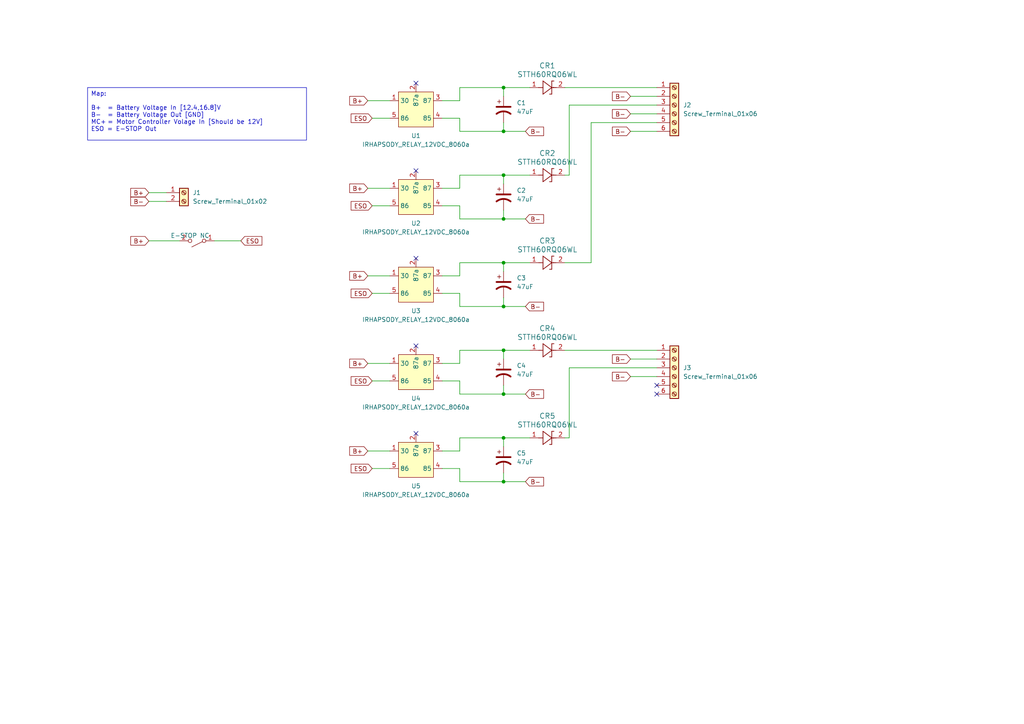
<source format=kicad_sch>
(kicad_sch (version 20231120) (generator "eeschema") (generator_version "8.0")
  (paper "A4")
  (title_block (title "12V Power System") (date "2024-10-15") (rev "3.0"))
  (lib_symbols
    (symbol "2024-10-22_01-41-02:STTH60RQ06WL" (pin_names (offset 0.254))
      (property "Reference" "CR" (at 5.08 4.445 0))
      (property "Value" "STTH60RQ06WL" (at 5.08 -3.81 0))
      (symbol "STTH60RQ06WL_0_1"
        (polyline (pts (xy 2.54 0) (xy 3.4798 0)) (stroke (width 0.2032)))
        (polyline (pts (xy 3.175 0) (xy 3.81 0)) (stroke (width 0.2032)))
        (polyline (pts (xy 3.7973 -1.905) (xy 3.1623 -1.905)) (stroke (width 0.2032)))
        (polyline (pts (xy 3.7973 0) (xy 6.3373 -1.905)) (stroke (width 0.2032)))
        (polyline (pts (xy 3.7973 1.905) (xy 3.7973 -1.905)) (stroke (width 0.2032)))
        (polyline (pts (xy 3.7973 1.905) (xy 4.4323 1.905)) (stroke (width 0.2032)))
        (polyline (pts (xy 6.3373 -1.905) (xy 6.3373 1.905)) (stroke (width 0.2032)))
        (polyline (pts (xy 6.3373 1.905) (xy 3.7973 0)) (stroke (width 0.2032)))
        (polyline (pts (xy 6.35 0) (xy 7.62 0)) (stroke (width 0.2032)))
        (pin unspecified line (at 10.16 0 180) (length 2.54) (name "") (number "1"))
        (pin unspecified line (at 0 0 0) (length 2.54) (name "") (number "2"))
      )
    )
    (symbol "Connector:Screw_Terminal_01x02" (pin_names (offset 1.016) hide)
      (property "Reference" "J" (at 0 2.54 0))
      (property "Value" "Screw_Terminal_01x02" (at 0 -5.08 0))
      (symbol "Screw_Terminal_01x02_1_1"
        (rectangle (start -1.27 1.27) (end 1.27 -3.81) (stroke (width 0.254)) (fill (type background)))
        (circle (center 0 -2.54) (radius 0.635) (stroke (width 0.1524)))
        (polyline (pts (xy -0.5334 -2.2098) (xy 0.3302 -3.048)) (stroke (width 0.1524)))
        (polyline (pts (xy -0.5334 0.3302) (xy 0.3302 -0.508)) (stroke (width 0.1524)))
        (polyline (pts (xy -0.3556 -2.032) (xy 0.508 -2.8702)) (stroke (width 0.1524)))
        (polyline (pts (xy -0.3556 0.508) (xy 0.508 -0.3302)) (stroke (width 0.1524)))
        (circle (center 0 0) (radius 0.635) (stroke (width 0.1524)))
        (pin passive line (at -5.08 0 0) (length 3.81) (name "Pin_1") (number "1"))
        (pin passive line (at -5.08 -2.54 0) (length 3.81) (name "Pin_2") (number "2"))
      )
    )
    (symbol "Connector:Screw_Terminal_01x06" (pin_names (offset 1.016) hide)
      (property "Reference" "J" (at 0 7.62 0))
      (property "Value" "Screw_Terminal_01x06" (at 0 -10.16 0))
      (symbol "Screw_Terminal_01x06_1_1"
        (rectangle (start -1.27 6.35) (end 1.27 -8.89) (stroke (width 0.254)) (fill (type background)))
        (circle (center 0 -7.62) (radius 0.635) (stroke (width 0.1524)))
        (circle (center 0 -5.08) (radius 0.635) (stroke (width 0.1524)))
        (circle (center 0 -2.54) (radius 0.635) (stroke (width 0.1524)))
        (polyline (pts (xy -0.5334 -7.2898) (xy 0.3302 -8.128)) (stroke (width 0.1524)))
        (polyline (pts (xy -0.5334 -4.7498) (xy 0.3302 -5.588)) (stroke (width 0.1524)))
        (polyline (pts (xy -0.5334 -2.2098) (xy 0.3302 -3.048)) (stroke (width 0.1524)))
        (polyline (pts (xy -0.5334 0.3302) (xy 0.3302 -0.508)) (stroke (width 0.1524)))
        (polyline (pts (xy -0.5334 2.8702) (xy 0.3302 2.032)) (stroke (width 0.1524)))
        (polyline (pts (xy -0.5334 5.4102) (xy 0.3302 4.572)) (stroke (width 0.1524)))
        (polyline (pts (xy -0.3556 -7.112) (xy 0.508 -7.9502)) (stroke (width 0.1524)))
        (polyline (pts (xy -0.3556 -4.572) (xy 0.508 -5.4102)) (stroke (width 0.1524)))
        (polyline (pts (xy -0.3556 -2.032) (xy 0.508 -2.8702)) (stroke (width 0.1524)))
        (polyline (pts (xy -0.3556 0.508) (xy 0.508 -0.3302)) (stroke (width 0.1524)))
        (polyline (pts (xy -0.3556 3.048) (xy 0.508 2.2098)) (stroke (width 0.1524)))
        (polyline (pts (xy -0.3556 5.588) (xy 0.508 4.7498)) (stroke (width 0.1524)))
        (circle (center 0 0) (radius 0.635) (stroke (width 0.1524)))
        (circle (center 0 2.54) (radius 0.635) (stroke (width 0.1524)))
        (circle (center 0 5.08) (radius 0.635) (stroke (width 0.1524)))
        (pin passive line (at -5.08 5.08 0) (length 3.81) (name "Pin_1") (number "1"))
        (pin passive line (at -5.08 2.54 0) (length 3.81) (name "Pin_2") (number "2"))
        (pin passive line (at -5.08 0 0) (length 3.81) (name "Pin_3") (number "3"))
        (pin passive line (at -5.08 -2.54 0) (length 3.81) (name "Pin_4") (number "4"))
        (pin passive line (at -5.08 -5.08 0) (length 3.81) (name "Pin_5") (number "5"))
        (pin passive line (at -5.08 -7.62 0) (length 3.81) (name "Pin_6") (number "6"))
      )
    )
    (symbol "Device:C_Polarized_US" (pin_numbers hide) (pin_names (offset 0.254) hide)
      (property "Reference" "C" (at 0.635 2.54 0))
      (property "Value" "C_Polarized_US" (at 0.635 -2.54 0))
      (symbol "C_Polarized_US_0_1"
        (polyline (pts (xy -2.032 0.762) (xy 2.032 0.762)) (stroke (width 0.508)))
        (polyline (pts (xy -1.778 2.286) (xy -0.762 2.286)))
        (polyline (pts (xy -1.27 1.778) (xy -1.27 2.794)))
        (arc (start 2.032 -1.27) (mid 0 -0.5572) (end -2.032 -1.27) (stroke (width 0.508)))
      )
      (symbol "C_Polarized_US_1_1"
        (pin passive line (at 0 3.81 270) (length 2.794) (name "~") (number "1"))
        (pin passive line (at 0 -3.81 90) (length 3.302) (name "~") (number "2"))
      )
    )
    (symbol "IRHAPSODY_RELAY_12VDC_8060a:Irhapsody_Relay_12VDC_80/60A"
      (property "Reference" "U1" (at 0 -3.302 0))
      (property "Value" "IRHAPSODY_RELAY_12VDC_8060a" (at 1.27 11.43 0))
      (symbol "Irhapsody_Relay_12VDC_80/60A_1_1"
        (rectangle (start -5.08 5.08) (end 5.08 -5.08) (fill (type background)))
        (pin input line (at -7.62 2.54 0) (length 2.54) (name "30") (number "1"))
        (pin input line (at 0 7.62 270) (length 2.54) (name "87a") (number "2"))
        (pin input line (at 7.62 2.54 180) (length 2.54) (name "87") (number "3"))
        (pin input line (at 7.62 -2.54 180) (length 2.54) (name "85") (number "4"))
        (pin input line (at -7.62 -2.54 0) (length 2.54) (name "86") (number "5"))
      )
    )
    (symbol "Switch:SW_DPST_x2" (pin_names (offset 0) hide)
      (property "Reference" "SW" (at 0 3.175 0))
      (property "Value" "SW_DPST_x2" (at 0 -2.54 0))
      (symbol "SW_DPST_x2_0_0"
        (circle (center -2.032 0) (radius 0.508))
        (polyline (pts (xy -1.524 0.254) (xy 1.524 1.778)))
        (circle (center 2.032 0) (radius 0.508))
      )
      (symbol "SW_DPST_x2_1_1"
        (pin passive line (at -5.08 0 0) (length 2.54) (name "A") (number "1"))
        (pin passive line (at 5.08 0 180) (length 2.54) (name "B") (number "2"))
      )
      (symbol "SW_DPST_x2_2_1"
        (pin passive line (at -5.08 0 0) (length 2.54) (name "A") (number "3"))
        (pin passive line (at 5.08 0 180) (length 2.54) (name "B") (number "4"))
      )
    )
  )
  (junction (at 146.05 88.9))
  (junction (at 146.05 127))
  (junction (at 146.05 76.2))
  (junction (at 146.05 25.4))
  (junction (at 146.05 63.5))
  (junction (at 146.05 38.1))
  (junction (at 146.05 50.8))
  (junction (at 146.05 139.7))
  (junction (at 146.05 101.6))
  (junction (at 146.05 114.3))
  (no_connect (at 120.65 100.33))
  (no_connect (at 120.65 49.53))
  (no_connect (at 120.65 125.73))
  (no_connect (at 120.65 74.93))
  (no_connect (at 190.5 114.3))
  (no_connect (at 190.5 111.76))
  (no_connect (at 120.65 24.13))
  (wire (pts (xy 146.05 101.6) (xy 153.67 101.6)))
  (wire (pts (xy 152.4 38.1) (xy 146.05 38.1)))
  (wire (pts (xy 133.35 50.8) (xy 146.05 50.8)))
  (wire (pts (xy 171.45 35.56) (xy 171.45 76.2)))
  (wire (pts (xy 128.27 110.49) (xy 133.35 110.49)))
  (wire (pts (xy 146.05 50.8) (xy 146.05 53.34)))
  (wire (pts (xy 152.4 114.3) (xy 146.05 114.3)))
  (wire (pts (xy 43.18 55.88) (xy 48.26 55.88)))
  (wire (pts (xy 106.68 29.21) (xy 113.03 29.21)))
  (wire (pts (xy 133.35 127) (xy 133.35 130.81)))
  (wire (pts (xy 133.35 85.09) (xy 133.35 88.9)))
  (wire (pts (xy 163.83 76.2) (xy 171.45 76.2)))
  (wire (pts (xy 190.5 35.56) (xy 171.45 35.56)))
  (wire (pts (xy 165.1 30.48) (xy 165.1 50.8)))
  (wire (pts (xy 106.68 105.41) (xy 113.03 105.41)))
  (wire (pts (xy 146.05 101.6) (xy 146.05 104.14)))
  (wire (pts (xy 133.35 76.2) (xy 133.35 80.01)))
  (wire (pts (xy 133.35 25.4) (xy 146.05 25.4)))
  (wire (pts (xy 133.35 50.8) (xy 133.35 54.61)))
  (wire (pts (xy 133.35 38.1) (xy 146.05 38.1)))
  (wire (pts (xy 146.05 50.8) (xy 153.67 50.8)))
  (wire (pts (xy 133.35 76.2) (xy 146.05 76.2)))
  (wire (pts (xy 146.05 25.4) (xy 146.05 27.94)))
  (wire (pts (xy 163.83 101.6) (xy 190.5 101.6)))
  (wire (pts (xy 146.05 139.7) (xy 146.05 137.16)))
  (wire (pts (xy 133.35 101.6) (xy 146.05 101.6)))
  (wire (pts (xy 146.05 76.2) (xy 146.05 78.74)))
  (wire (pts (xy 146.05 127) (xy 146.05 129.54)))
  (wire (pts (xy 133.35 25.4) (xy 133.35 29.21)))
  (wire (pts (xy 133.35 127) (xy 146.05 127)))
  (wire (pts (xy 43.18 69.85) (xy 52.07 69.85)))
  (wire (pts (xy 128.27 29.21) (xy 133.35 29.21)))
  (wire (pts (xy 107.95 110.49) (xy 113.03 110.49)))
  (wire (pts (xy 165.1 127) (xy 163.83 127)))
  (wire (pts (xy 190.5 27.94) (xy 182.88 27.94)))
  (wire (pts (xy 163.83 25.4) (xy 190.5 25.4)))
  (wire (pts (xy 133.35 135.89) (xy 133.35 139.7)))
  (wire (pts (xy 165.1 106.68) (xy 165.1 127)))
  (wire (pts (xy 133.35 59.69) (xy 133.35 63.5)))
  (wire (pts (xy 133.35 88.9) (xy 146.05 88.9)))
  (wire (pts (xy 107.95 59.69) (xy 113.03 59.69)))
  (wire (pts (xy 128.27 105.41) (xy 133.35 105.41)))
  (wire (pts (xy 128.27 80.01) (xy 133.35 80.01)))
  (wire (pts (xy 190.5 109.22) (xy 182.88 109.22)))
  (wire (pts (xy 107.95 34.29) (xy 113.03 34.29)))
  (wire (pts (xy 128.27 54.61) (xy 133.35 54.61)))
  (wire (pts (xy 152.4 63.5) (xy 146.05 63.5)))
  (wire (pts (xy 107.95 135.89) (xy 113.03 135.89)))
  (wire (pts (xy 146.05 88.9) (xy 146.05 86.36)))
  (wire (pts (xy 146.05 127) (xy 153.67 127)))
  (wire (pts (xy 133.35 34.29) (xy 133.35 38.1)))
  (wire (pts (xy 128.27 59.69) (xy 133.35 59.69)))
  (wire (pts (xy 133.35 101.6) (xy 133.35 105.41)))
  (wire (pts (xy 146.05 63.5) (xy 146.05 60.96)))
  (wire (pts (xy 128.27 85.09) (xy 133.35 85.09)))
  (wire (pts (xy 43.18 58.42) (xy 48.26 58.42)))
  (wire (pts (xy 190.5 30.48) (xy 165.1 30.48)))
  (wire (pts (xy 146.05 25.4) (xy 153.67 25.4)))
  (wire (pts (xy 165.1 50.8) (xy 163.83 50.8)))
  (wire (pts (xy 152.4 88.9) (xy 146.05 88.9)))
  (wire (pts (xy 190.5 104.14) (xy 182.88 104.14)))
  (wire (pts (xy 190.5 106.68) (xy 165.1 106.68)))
  (wire (pts (xy 146.05 76.2) (xy 153.67 76.2)))
  (wire (pts (xy 128.27 34.29) (xy 133.35 34.29)))
  (wire (pts (xy 133.35 114.3) (xy 146.05 114.3)))
  (wire (pts (xy 69.85 69.85) (xy 62.23 69.85)))
  (wire (pts (xy 106.68 54.61) (xy 113.03 54.61)))
  (wire (pts (xy 133.35 139.7) (xy 146.05 139.7)))
  (wire (pts (xy 128.27 130.81) (xy 133.35 130.81)))
  (wire (pts (xy 106.68 130.81) (xy 113.03 130.81)))
  (wire (pts (xy 106.68 80.01) (xy 113.03 80.01)))
  (wire (pts (xy 133.35 63.5) (xy 146.05 63.5)))
  (wire (pts (xy 128.27 135.89) (xy 133.35 135.89)))
  (wire (pts (xy 152.4 139.7) (xy 146.05 139.7)))
  (wire (pts (xy 146.05 38.1) (xy 146.05 35.56)))
  (wire (pts (xy 190.5 33.02) (xy 182.88 33.02)))
  (wire (pts (xy 190.5 38.1) (xy 182.88 38.1)))
  (wire (pts (xy 133.35 110.49) (xy 133.35 114.3)))
  (wire (pts (xy 146.05 114.3) (xy 146.05 111.76)))
  (wire (pts (xy 107.95 85.09) (xy 113.03 85.09)))
  (text_box "Map:\n\nB+	= Battery Voltage In [12.4,16.8]V\nB-	= Battery Voltage Out [GND]\nMC+	= Motor Controller Volage In [Should be 12V]\nESO = E-STOP Out" (at 25.4 25.4 0) (size 63.5 15.24) (effects (font (size 1.27 1.27)) (justify left top)))
  (global_label "ESO" (shape input) (at 107.95 135.89 180) (property "Intersheetrefs" "${INTERSHEET_REFS}" (effects (hide yes))))
  (global_label "B-" (shape input) (at 182.88 104.14 180) (property "Intersheetrefs" "${INTERSHEET_REFS}" (effects (hide yes))))
  (global_label "B-" (shape input) (at 152.4 63.5 0) (property "Intersheetrefs" "${INTERSHEET_REFS}" (effects (hide yes))))
  (global_label "B+" (shape input) (at 106.68 105.41 180) (property "Intersheetrefs" "${INTERSHEET_REFS}" (effects (hide yes))))
  (global_label "B-" (shape input) (at 152.4 38.1 0) (property "Intersheetrefs" "${INTERSHEET_REFS}" (effects (hide yes))))
  (global_label "ESO" (shape input) (at 107.95 34.29 180) (property "Intersheetrefs" "${INTERSHEET_REFS}" (effects (hide yes))))
  (global_label "B-" (shape input) (at 182.88 38.1 180) (property "Intersheetrefs" "${INTERSHEET_REFS}" (effects (hide yes))))
  (global_label "B+" (shape input) (at 106.68 130.81 180) (property "Intersheetrefs" "${INTERSHEET_REFS}" (effects (hide yes))))
  (global_label "ESO" (shape input) (at 107.95 85.09 180) (property "Intersheetrefs" "${INTERSHEET_REFS}" (effects (hide yes))))
  (global_label "B-" (shape input) (at 152.4 139.7 0) (property "Intersheetrefs" "${INTERSHEET_REFS}" (effects (hide yes))))
  (global_label "B-" (shape input) (at 182.88 33.02 180) (property "Intersheetrefs" "${INTERSHEET_REFS}" (effects (hide yes))))
  (global_label "B+" (shape input) (at 106.68 54.61 180) (property "Intersheetrefs" "${INTERSHEET_REFS}" (effects (hide yes))))
  (global_label "ESO" (shape input) (at 107.95 110.49 180) (property "Intersheetrefs" "${INTERSHEET_REFS}" (effects (hide yes))))
  (global_label "ESO" (shape input) (at 69.85 69.85 0) (property "Intersheetrefs" "${INTERSHEET_REFS}" (effects (hide yes))))
  (global_label "B+" (shape input) (at 43.18 69.85 180) (property "Intersheetrefs" "${INTERSHEET_REFS}" (effects (hide yes))))
  (global_label "B-" (shape input) (at 182.88 27.94 180) (property "Intersheetrefs" "${INTERSHEET_REFS}" (effects (hide yes))))
  (global_label "B+" (shape input) (at 106.68 80.01 180) (property "Intersheetrefs" "${INTERSHEET_REFS}" (effects (hide yes))))
  (global_label "B-" (shape input) (at 152.4 114.3 0) (property "Intersheetrefs" "${INTERSHEET_REFS}" (effects (hide yes))))
  (global_label "ESO" (shape input) (at 107.95 59.69 180) (property "Intersheetrefs" "${INTERSHEET_REFS}" (effects (hide yes))))
  (global_label "B-" (shape input) (at 43.18 58.42 180) (property "Intersheetrefs" "${INTERSHEET_REFS}" (effects (hide yes))))
  (global_label "B-" (shape input) (at 152.4 88.9 0) (property "Intersheetrefs" "${INTERSHEET_REFS}" (effects (hide yes))))
  (global_label "B+" (shape input) (at 43.18 55.88 180) (property "Intersheetrefs" "${INTERSHEET_REFS}" (effects (hide yes))))
  (global_label "B-" (shape input) (at 182.88 109.22 180) (property "Intersheetrefs" "${INTERSHEET_REFS}" (effects (hide yes))))
  (global_label "B+" (shape input) (at 106.68 29.21 180) (property "Intersheetrefs" "${INTERSHEET_REFS}" (effects (hide yes))))
  (symbol (lib_id "Device:C_Polarized_US") (at 146.05 82.55 0) (unit 1)
    (property "Reference" "C3" (at 149.86 80.6449 0) (effects (justify left)))
    (property "Value" "47uF" (at 149.86 83.1849 0) (effects (justify left)))
    (property "Footprint" "REAAAL:CP_Radial_D12.5mm_P5.00mm" (effects (hide yes)))
    (property "Description" "Polarized capacitor, US symbol" (effects (hide yes)))
  )
  (symbol (lib_id "Connector:Screw_Terminal_01x06") (at 195.58 30.48 0) (unit 1)
    (property "Reference" "J2" (at 198.12 30.4799 0) (effects (justify left)))
    (property "Value" "Screw_Terminal_01x06" (at 198.12 33.0199 0) (effects (justify left)))
    (property "Footprint" "REAAAL:12V terminal block" (effects (hide yes)))
    (property "Description" "Generic screw terminal, single row, 01x06, script generated (kicad-library-utils/schlib/autogen/connector/)" (effects (hide yes)))
  )
  (symbol (lib_id "Device:C_Polarized_US") (at 146.05 133.35 0) (unit 1)
    (property "Reference" "C5" (at 149.86 131.4449 0) (effects (justify left)))
    (property "Value" "47uF" (at 149.86 133.9849 0) (effects (justify left)))
    (property "Footprint" "REAAAL:CP_Radial_D12.5mm_P5.00mm" (effects (hide yes)))
    (property "Description" "Polarized capacitor, US symbol" (effects (hide yes)))
  )
  (symbol (lib_id "2024-10-22_01-41-02:STTH60RQ06WL") (at 163.83 76.2 180) (unit 1)
    (property "Reference" "CR3" (at 158.75 69.85 0) (effects (font (size 1.524 1.524))))
    (property "Value" "STTH60RQ06WL" (at 158.75 72.39 0) (effects (font (size 1.524 1.524))))
    (property "Footprint" "STTH60RQ06WL:TO1090P515X1560X2445-2P" (effects (hide yes)))
    (property "Datasheet" "STTH60RQ06WL" (effects (hide yes)))
  )
  (symbol (lib_id "IRHAPSODY_RELAY_12VDC_8060a:Irhapsody_Relay_12VDC_80/60A") (at 120.65 57.15 0) (unit 1)
    (property "Reference" "U2" (at 120.65 64.77 0))
    (property "Value" "IRHAPSODY_RELAY_12VDC_8060a" (at 120.65 67.31 0))
    (property "Footprint" "REAAAL:IRhapsody Relay 12VDC 8060A" (effects (hide yes)))
  )
  (symbol (lib_id "Switch:SW_DPST_x2") (at 57.15 69.85 180) (unit 1)
    (property "Reference" "E-STOP5" (effects (hide yes)))
    (property "Value" "E-STOP NC" (at 55.118 68.326 0))
    (property "Footprint" "REAAAL:E-Stop" (effects (hide yes)))
    (property "Description" "Single Pole Single Throw (SPST) switch, separate symbol" (effects (hide yes)))
  )
  (symbol (lib_id "IRHAPSODY_RELAY_12VDC_8060a:Irhapsody_Relay_12VDC_80/60A") (at 120.65 133.35 0) (unit 1)
    (property "Reference" "U5" (at 120.65 140.97 0))
    (property "Value" "IRHAPSODY_RELAY_12VDC_8060a" (at 120.65 143.51 0))
    (property "Footprint" "REAAAL:IRhapsody Relay 12VDC 8060A" (effects (hide yes)))
  )
  (symbol (lib_id "Connector:Screw_Terminal_01x06") (at 195.58 106.68 0) (unit 1)
    (property "Reference" "J3" (at 198.12 106.6799 0) (effects (justify left)))
    (property "Value" "Screw_Terminal_01x06" (at 198.12 109.2199 0) (effects (justify left)))
    (property "Footprint" "REAAAL:12V terminal block" (effects (hide yes)))
    (property "Description" "Generic screw terminal, single row, 01x06, script generated (kicad-library-utils/schlib/autogen/connector/)" (effects (hide yes)))
  )
  (symbol (lib_id "Connector:Screw_Terminal_01x02") (at 53.34 55.88 0) (unit 1)
    (property "Reference" "J1" (at 55.88 55.8799 0) (effects (justify left)))
    (property "Value" "Screw_Terminal_01x02" (at 55.88 58.4199 0) (effects (justify left)))
    (property "Footprint" "REAAAL:TE_1986660-2a" (effects (hide yes)))
    (property "Description" "Generic screw terminal, single row, 01x02, script generated (kicad-library-utils/schlib/autogen/connector/)" (effects (hide yes)))
  )
  (symbol (lib_id "Device:C_Polarized_US") (at 146.05 107.95 0) (unit 1)
    (property "Reference" "C4" (at 149.86 106.0449 0) (effects (justify left)))
    (property "Value" "47uF" (at 149.86 108.5849 0) (effects (justify left)))
    (property "Footprint" "REAAAL:CP_Radial_D12.5mm_P5.00mm" (effects (hide yes)))
    (property "Description" "Polarized capacitor, US symbol" (effects (hide yes)))
  )
  (symbol (lib_id "2024-10-22_01-41-02:STTH60RQ06WL") (at 163.83 101.6 180) (unit 1)
    (property "Reference" "CR4" (at 158.75 95.25 0) (effects (font (size 1.524 1.524))))
    (property "Value" "STTH60RQ06WL" (at 158.75 97.79 0) (effects (font (size 1.524 1.524))))
    (property "Footprint" "STTH60RQ06WL:TO1090P515X1560X2445-2P" (effects (hide yes)))
    (property "Datasheet" "STTH60RQ06WL" (effects (hide yes)))
  )
  (symbol (lib_id "IRHAPSODY_RELAY_12VDC_8060a:Irhapsody_Relay_12VDC_80/60A") (at 120.65 107.95 0) (unit 1)
    (property "Reference" "U4" (at 120.65 115.57 0))
    (property "Value" "IRHAPSODY_RELAY_12VDC_8060a" (at 120.65 118.11 0))
    (property "Footprint" "REAAAL:IRhapsody Relay 12VDC 8060A" (effects (hide yes)))
  )
  (symbol (lib_id "Device:C_Polarized_US") (at 146.05 31.75 0) (unit 1)
    (property "Reference" "C1" (at 149.86 29.8449 0) (effects (justify left)))
    (property "Value" "47uF" (at 149.86 32.3849 0) (effects (justify left)))
    (property "Footprint" "REAAAL:CP_Radial_D12.5mm_P5.00mm" (effects (hide yes)))
    (property "Description" "Polarized capacitor, US symbol" (effects (hide yes)))
  )
  (symbol (lib_id "IRHAPSODY_RELAY_12VDC_8060a:Irhapsody_Relay_12VDC_80/60A") (at 120.65 82.55 0) (unit 1)
    (property "Reference" "U3" (at 120.65 90.17 0))
    (property "Value" "IRHAPSODY_RELAY_12VDC_8060a" (at 120.65 92.71 0))
    (property "Footprint" "REAAAL:IRhapsody Relay 12VDC 8060A" (effects (hide yes)))
  )
  (symbol (lib_id "2024-10-22_01-41-02:STTH60RQ06WL") (at 163.83 127 180) (unit 1)
    (property "Reference" "CR5" (at 158.75 120.65 0) (effects (font (size 1.524 1.524))))
    (property "Value" "STTH60RQ06WL" (at 158.75 123.19 0) (effects (font (size 1.524 1.524))))
    (property "Footprint" "STTH60RQ06WL:TO1090P515X1560X2445-2P" (effects (hide yes)))
    (property "Datasheet" "STTH60RQ06WL" (effects (hide yes)))
  )
  (symbol (lib_id "IRHAPSODY_RELAY_12VDC_8060a:Irhapsody_Relay_12VDC_80/60A") (at 120.65 31.75 0) (unit 1)
    (property "Reference" "U1" (at 120.65 39.37 0))
    (property "Value" "IRHAPSODY_RELAY_12VDC_8060a" (at 120.65 41.91 0))
    (property "Footprint" "REAAAL:IRhapsody Relay 12VDC 8060A" (effects (hide yes)))
  )
  (symbol (lib_id "Device:C_Polarized_US") (at 146.05 57.15 0) (unit 1)
    (property "Reference" "C2" (at 149.86 55.2449 0) (effects (justify left)))
    (property "Value" "47uF" (at 149.86 57.7849 0) (effects (justify left)))
    (property "Footprint" "REAAAL:CP_Radial_D12.5mm_P5.00mm" (effects (hide yes)))
    (property "Description" "Polarized capacitor, US symbol" (effects (hide yes)))
  )
  (symbol (lib_id "2024-10-22_01-41-02:STTH60RQ06WL") (at 163.83 50.8 180) (unit 1)
    (property "Reference" "CR2" (at 158.75 44.45 0) (effects (font (size 1.524 1.524))))
    (property "Value" "STTH60RQ06WL" (at 158.75 46.99 0) (effects (font (size 1.524 1.524))))
    (property "Footprint" "STTH60RQ06WL:TO1090P515X1560X2445-2P" (effects (hide yes)))
    (property "Datasheet" "STTH60RQ06WL" (effects (hide yes)))
  )
  (symbol (lib_id "2024-10-22_01-41-02:STTH60RQ06WL") (at 163.83 25.4 180) (unit 1)
    (property "Reference" "CR1" (at 158.75 19.05 0) (effects (font (size 1.524 1.524))))
    (property "Value" "STTH60RQ06WL" (at 158.75 21.59 0) (effects (font (size 1.524 1.524))))
    (property "Footprint" "STTH60RQ06WL:TO1090P515X1560X2445-2P" (effects (hide yes)))
    (property "Datasheet" "STTH60RQ06WL" (effects (hide yes)))
  )
)
</source>
